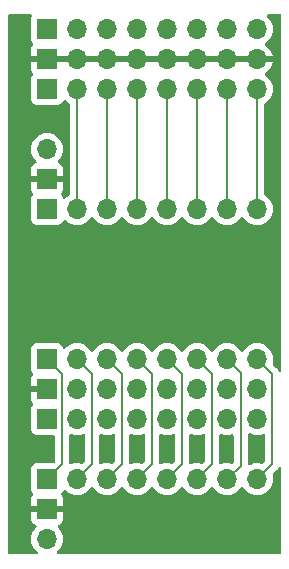
<source format=gbr>
%TF.SameCoordinates,Original*%
%TF.FileFunction,Copper,L2,Bot*%
%TF.FilePolarity,Positive*%
%FSLAX46Y46*%
G04 Gerber Fmt 4.6, Leading zero omitted, Abs format (unit mm)*
%MOMM*%
%LPD*%
G01*
G04 APERTURE LIST*
%TA.AperFunction,ComponentPad*%
%ADD10R,1.700000X1.700000*%
%TD*%
%TA.AperFunction,ComponentPad*%
%ADD11O,1.700000X1.700000*%
%TD*%
%TA.AperFunction,ViaPad*%
%ADD12C,0.600000*%
%TD*%
%TA.AperFunction,Conductor*%
%ADD13C,0.200000*%
%TD*%
G04 APERTURE END LIST*
D10*
%TO.P,J6,1,Pin_1*%
%TO.N,Net-(J6-Pin_1)*%
X127000000Y-73660000D03*
D11*
%TO.P,J6,2,Pin_2*%
%TO.N,Net-(J6-Pin_2)*%
X129540000Y-73660000D03*
%TO.P,J6,3,Pin_3*%
%TO.N,Net-(J6-Pin_3)*%
X132080000Y-73660000D03*
%TO.P,J6,4,Pin_4*%
%TO.N,Net-(J6-Pin_4)*%
X134620000Y-73660000D03*
%TO.P,J6,5,Pin_5*%
%TO.N,Net-(J6-Pin_5)*%
X137160000Y-73660000D03*
%TO.P,J6,6,Pin_6*%
%TO.N,Net-(J6-Pin_6)*%
X139700000Y-73660000D03*
%TO.P,J6,7,Pin_7*%
%TO.N,Net-(J6-Pin_7)*%
X142240000Y-73660000D03*
%TO.P,J6,8,Pin_8*%
%TO.N,Net-(J6-Pin_8)*%
X144780000Y-73660000D03*
%TD*%
D10*
%TO.P,J9,1,Pin_1*%
%TO.N,GND*%
X127000000Y-66040000D03*
D11*
%TO.P,J9,2,Pin_2*%
X129540000Y-66040000D03*
%TO.P,J9,3,Pin_3*%
X132080000Y-66040000D03*
%TO.P,J9,4,Pin_4*%
X134620000Y-66040000D03*
%TO.P,J9,5,Pin_5*%
X137160000Y-66040000D03*
%TO.P,J9,6,Pin_6*%
X139700000Y-66040000D03*
%TO.P,J9,7,Pin_7*%
X142240000Y-66040000D03*
%TO.P,J9,8,Pin_8*%
X144780000Y-66040000D03*
%TD*%
D10*
%TO.P,J10,1,Pin_1*%
%TO.N,Net-(J10-Pin_1)*%
X127000000Y-68580000D03*
D11*
%TO.P,J10,2,Pin_2*%
X129540000Y-68580000D03*
%TO.P,J10,3,Pin_3*%
X132080000Y-68580000D03*
%TO.P,J10,4,Pin_4*%
X134620000Y-68580000D03*
%TO.P,J10,5,Pin_5*%
X137160000Y-68580000D03*
%TO.P,J10,6,Pin_6*%
X139700000Y-68580000D03*
%TO.P,J10,7,Pin_7*%
X142240000Y-68580000D03*
%TO.P,J10,8,Pin_8*%
X144780000Y-68580000D03*
%TD*%
D10*
%TO.P,J2,1,Pin_1*%
%TO.N,Net-(J1-Pin_1)*%
X127000000Y-40640000D03*
D11*
%TO.P,J2,2,Pin_2*%
%TO.N,Net-(J1-Pin_2)*%
X129540000Y-40640000D03*
%TO.P,J2,3,Pin_3*%
%TO.N,Net-(J1-Pin_3)*%
X132080000Y-40640000D03*
%TO.P,J2,4,Pin_4*%
%TO.N,Net-(J1-Pin_4)*%
X134620000Y-40640000D03*
%TO.P,J2,5,Pin_5*%
%TO.N,Net-(J1-Pin_5)*%
X137160000Y-40640000D03*
%TO.P,J2,6,Pin_6*%
%TO.N,Net-(J1-Pin_6)*%
X139700000Y-40640000D03*
%TO.P,J2,7,Pin_7*%
%TO.N,Net-(J1-Pin_7)*%
X142240000Y-40640000D03*
%TO.P,J2,8,Pin_8*%
%TO.N,Net-(J1-Pin_8)*%
X144780000Y-40640000D03*
%TD*%
D10*
%TO.P,J7,1,Pin_1*%
%TO.N,Net-(J6-Pin_1)*%
X127000000Y-63500000D03*
D11*
%TO.P,J7,2,Pin_2*%
%TO.N,Net-(J6-Pin_2)*%
X129540000Y-63500000D03*
%TO.P,J7,3,Pin_3*%
%TO.N,Net-(J6-Pin_3)*%
X132080000Y-63500000D03*
%TO.P,J7,4,Pin_4*%
%TO.N,Net-(J6-Pin_4)*%
X134620000Y-63500000D03*
%TO.P,J7,5,Pin_5*%
%TO.N,Net-(J6-Pin_5)*%
X137160000Y-63500000D03*
%TO.P,J7,6,Pin_6*%
%TO.N,Net-(J6-Pin_6)*%
X139700000Y-63500000D03*
%TO.P,J7,7,Pin_7*%
%TO.N,Net-(J6-Pin_7)*%
X142240000Y-63500000D03*
%TO.P,J7,8,Pin_8*%
%TO.N,Net-(J6-Pin_8)*%
X144780000Y-63500000D03*
%TD*%
D10*
%TO.P,J1,1,Pin_1*%
%TO.N,Net-(J1-Pin_1)*%
X127000000Y-50800000D03*
D11*
%TO.P,J1,2,Pin_2*%
%TO.N,Net-(J1-Pin_2)*%
X129540000Y-50800000D03*
%TO.P,J1,3,Pin_3*%
%TO.N,Net-(J1-Pin_3)*%
X132080000Y-50800000D03*
%TO.P,J1,4,Pin_4*%
%TO.N,Net-(J1-Pin_4)*%
X134620000Y-50800000D03*
%TO.P,J1,5,Pin_5*%
%TO.N,Net-(J1-Pin_5)*%
X137160000Y-50800000D03*
%TO.P,J1,6,Pin_6*%
%TO.N,Net-(J1-Pin_6)*%
X139700000Y-50800000D03*
%TO.P,J1,7,Pin_7*%
%TO.N,Net-(J1-Pin_7)*%
X142240000Y-50800000D03*
%TO.P,J1,8,Pin_8*%
%TO.N,Net-(J1-Pin_8)*%
X144780000Y-50800000D03*
%TD*%
D10*
%TO.P,J5,1,Pin_1*%
%TO.N,Net-(J3-Pin_2)*%
X127000000Y-35560000D03*
D11*
%TO.P,J5,2,Pin_2*%
X129540000Y-35560000D03*
%TO.P,J5,3,Pin_3*%
X132080000Y-35560000D03*
%TO.P,J5,4,Pin_4*%
X134620000Y-35560000D03*
%TO.P,J5,5,Pin_5*%
X137160000Y-35560000D03*
%TO.P,J5,6,Pin_6*%
X139700000Y-35560000D03*
%TO.P,J5,7,Pin_7*%
X142240000Y-35560000D03*
%TO.P,J5,8,Pin_8*%
X144780000Y-35560000D03*
%TD*%
D10*
%TO.P,J4,1,Pin_1*%
%TO.N,GND*%
X127000000Y-38100000D03*
D11*
%TO.P,J4,2,Pin_2*%
X129540000Y-38100000D03*
%TO.P,J4,3,Pin_3*%
X132080000Y-38100000D03*
%TO.P,J4,4,Pin_4*%
X134620000Y-38100000D03*
%TO.P,J4,5,Pin_5*%
X137160000Y-38100000D03*
%TO.P,J4,6,Pin_6*%
X139700000Y-38100000D03*
%TO.P,J4,7,Pin_7*%
X142240000Y-38100000D03*
%TO.P,J4,8,Pin_8*%
X144780000Y-38100000D03*
%TD*%
D10*
%TO.P,J8,1,Pin_1*%
%TO.N,GND*%
X127000000Y-76200000D03*
D11*
%TO.P,J8,2,Pin_2*%
%TO.N,Net-(J10-Pin_1)*%
X127000000Y-78740000D03*
%TD*%
D10*
%TO.P,J3,1,Pin_1*%
%TO.N,GND*%
X127000000Y-48260000D03*
D11*
%TO.P,J3,2,Pin_2*%
%TO.N,Net-(J3-Pin_2)*%
X127000000Y-45720000D03*
%TD*%
D12*
%TO.N,GND*%
X143510000Y-61468000D03*
X144780000Y-71120000D03*
X133604000Y-61468000D03*
X134620000Y-71120000D03*
X129540000Y-71120000D03*
X135890000Y-61468000D03*
X138684000Y-61468000D03*
X137160000Y-71120000D03*
X128270000Y-61468000D03*
X139700000Y-71120000D03*
X131064000Y-61468000D03*
X141224000Y-61468000D03*
X132080000Y-71120000D03*
X142240000Y-71120000D03*
%TD*%
D13*
%TO.N,Net-(J1-Pin_8)*%
X144780000Y-50800000D02*
X144780000Y-40640000D01*
%TO.N,Net-(J1-Pin_3)*%
X132080000Y-50800000D02*
X132080000Y-40640000D01*
%TO.N,Net-(J1-Pin_5)*%
X137160000Y-40640000D02*
X137160000Y-50800000D01*
%TO.N,Net-(J1-Pin_7)*%
X142240000Y-50800000D02*
X142240000Y-40640000D01*
%TO.N,Net-(J1-Pin_2)*%
X129540000Y-40640000D02*
X129540000Y-50800000D01*
%TO.N,Net-(J1-Pin_6)*%
X139700000Y-50800000D02*
X139700000Y-40640000D01*
%TO.N,Net-(J1-Pin_4)*%
X134620000Y-40640000D02*
X134620000Y-50800000D01*
%TO.N,Net-(J6-Pin_7)*%
X143390000Y-64650000D02*
X143390000Y-72510000D01*
X143390000Y-72510000D02*
X142240000Y-73660000D01*
X142240000Y-63500000D02*
X143390000Y-64650000D01*
%TO.N,Net-(J6-Pin_6)*%
X140970000Y-64770000D02*
X140970000Y-72390000D01*
X139700000Y-63500000D02*
X140970000Y-64770000D01*
X140970000Y-72390000D02*
X139700000Y-73660000D01*
%TO.N,Net-(J6-Pin_4)*%
X135890000Y-72390000D02*
X134620000Y-73660000D01*
X135890000Y-64770000D02*
X135890000Y-72390000D01*
X134620000Y-63500000D02*
X135890000Y-64770000D01*
%TO.N,Net-(J6-Pin_8)*%
X146050000Y-64770000D02*
X146050000Y-72390000D01*
X146050000Y-72390000D02*
X144780000Y-73660000D01*
X144780000Y-63500000D02*
X146050000Y-64770000D01*
%TO.N,Net-(J6-Pin_5)*%
X138430000Y-72390000D02*
X137160000Y-73660000D01*
X137160000Y-63500000D02*
X138430000Y-64770000D01*
X138430000Y-64770000D02*
X138430000Y-72390000D01*
%TO.N,Net-(J6-Pin_3)*%
X133350000Y-64770000D02*
X133350000Y-72390000D01*
X133350000Y-72390000D02*
X132080000Y-73660000D01*
X132080000Y-63500000D02*
X133350000Y-64770000D01*
%TO.N,Net-(J6-Pin_1)*%
X127000000Y-63500000D02*
X128270000Y-64770000D01*
X128270000Y-72390000D02*
X127000000Y-73660000D01*
X128270000Y-64770000D02*
X128270000Y-72390000D01*
%TO.N,Net-(J6-Pin_2)*%
X129540000Y-63500000D02*
X130810000Y-64770000D01*
X130810000Y-64770000D02*
X130810000Y-72390000D01*
X130810000Y-72390000D02*
X129540000Y-73660000D01*
%TD*%
%TA.AperFunction,Conductor*%
%TO.N,GND*%
G36*
X125665362Y-34302185D02*
G01*
X125711117Y-34354989D01*
X125721061Y-34424147D01*
X125707153Y-34465930D01*
X125706204Y-34467667D01*
X125655908Y-34602517D01*
X125649501Y-34662116D01*
X125649500Y-34662135D01*
X125649500Y-36457870D01*
X125649501Y-36457876D01*
X125655908Y-36517483D01*
X125706202Y-36652328D01*
X125706206Y-36652335D01*
X125783889Y-36756105D01*
X125808307Y-36821569D01*
X125793456Y-36889842D01*
X125783890Y-36904727D01*
X125706647Y-37007910D01*
X125706645Y-37007913D01*
X125656403Y-37142620D01*
X125656401Y-37142627D01*
X125650000Y-37202155D01*
X125650000Y-37850000D01*
X126566988Y-37850000D01*
X126534075Y-37907007D01*
X126500000Y-38034174D01*
X126500000Y-38165826D01*
X126534075Y-38292993D01*
X126566988Y-38350000D01*
X125650000Y-38350000D01*
X125650000Y-38997844D01*
X125656401Y-39057372D01*
X125656403Y-39057379D01*
X125706645Y-39192086D01*
X125706646Y-39192088D01*
X125783890Y-39295272D01*
X125808307Y-39360736D01*
X125793456Y-39429009D01*
X125783890Y-39443894D01*
X125706204Y-39547669D01*
X125706202Y-39547671D01*
X125655908Y-39682517D01*
X125649501Y-39742116D01*
X125649500Y-39742135D01*
X125649500Y-41537870D01*
X125649501Y-41537876D01*
X125655908Y-41597483D01*
X125706202Y-41732328D01*
X125706206Y-41732335D01*
X125792452Y-41847544D01*
X125792455Y-41847547D01*
X125907664Y-41933793D01*
X125907671Y-41933797D01*
X126042517Y-41984091D01*
X126042516Y-41984091D01*
X126049444Y-41984835D01*
X126102127Y-41990500D01*
X127897872Y-41990499D01*
X127957483Y-41984091D01*
X128092331Y-41933796D01*
X128207546Y-41847546D01*
X128293796Y-41732331D01*
X128342810Y-41600916D01*
X128384681Y-41544984D01*
X128450145Y-41520566D01*
X128518418Y-41535417D01*
X128546673Y-41556569D01*
X128668599Y-41678495D01*
X128765384Y-41746265D01*
X128862165Y-41814032D01*
X128862167Y-41814033D01*
X128862170Y-41814035D01*
X128867898Y-41816706D01*
X128920339Y-41862872D01*
X128939500Y-41929090D01*
X128939500Y-49510908D01*
X128919815Y-49577947D01*
X128867914Y-49623286D01*
X128862173Y-49625963D01*
X128862169Y-49625965D01*
X128668600Y-49761503D01*
X128546673Y-49883430D01*
X128485350Y-49916914D01*
X128415658Y-49911930D01*
X128359725Y-49870058D01*
X128342810Y-49839081D01*
X128293797Y-49707671D01*
X128293795Y-49707668D01*
X128232632Y-49625965D01*
X128216109Y-49603893D01*
X128191692Y-49538430D01*
X128206543Y-49470157D01*
X128216110Y-49455271D01*
X128293352Y-49352089D01*
X128293354Y-49352086D01*
X128343596Y-49217379D01*
X128343598Y-49217372D01*
X128349999Y-49157844D01*
X128350000Y-49157827D01*
X128350000Y-48510000D01*
X127433012Y-48510000D01*
X127465925Y-48452993D01*
X127500000Y-48325826D01*
X127500000Y-48194174D01*
X127465925Y-48067007D01*
X127433012Y-48010000D01*
X128350000Y-48010000D01*
X128350000Y-47362172D01*
X128349999Y-47362155D01*
X128343598Y-47302627D01*
X128343596Y-47302620D01*
X128293354Y-47167913D01*
X128293350Y-47167906D01*
X128207190Y-47052812D01*
X128207187Y-47052809D01*
X128092093Y-46966649D01*
X128092088Y-46966646D01*
X127960528Y-46917577D01*
X127904595Y-46875705D01*
X127880178Y-46810241D01*
X127895030Y-46741968D01*
X127916175Y-46713720D01*
X128038495Y-46591401D01*
X128174035Y-46397830D01*
X128273903Y-46183663D01*
X128335063Y-45955408D01*
X128355659Y-45720000D01*
X128335063Y-45484592D01*
X128273903Y-45256337D01*
X128174035Y-45042171D01*
X128038495Y-44848599D01*
X128038494Y-44848597D01*
X127871402Y-44681506D01*
X127871395Y-44681501D01*
X127677834Y-44545967D01*
X127677830Y-44545965D01*
X127677828Y-44545964D01*
X127463663Y-44446097D01*
X127463659Y-44446096D01*
X127463655Y-44446094D01*
X127235413Y-44384938D01*
X127235403Y-44384936D01*
X127000001Y-44364341D01*
X126999999Y-44364341D01*
X126764596Y-44384936D01*
X126764586Y-44384938D01*
X126536344Y-44446094D01*
X126536335Y-44446098D01*
X126322171Y-44545964D01*
X126322169Y-44545965D01*
X126128597Y-44681505D01*
X125961505Y-44848597D01*
X125825965Y-45042169D01*
X125825964Y-45042171D01*
X125726098Y-45256335D01*
X125726094Y-45256344D01*
X125664938Y-45484586D01*
X125664936Y-45484596D01*
X125644341Y-45719999D01*
X125644341Y-45720000D01*
X125664936Y-45955403D01*
X125664938Y-45955413D01*
X125726094Y-46183655D01*
X125726096Y-46183659D01*
X125726097Y-46183663D01*
X125825965Y-46397830D01*
X125825967Y-46397834D01*
X125934281Y-46552521D01*
X125961501Y-46591396D01*
X125961506Y-46591402D01*
X126083818Y-46713714D01*
X126117303Y-46775037D01*
X126112319Y-46844729D01*
X126070447Y-46900662D01*
X126039471Y-46917577D01*
X125907912Y-46966646D01*
X125907906Y-46966649D01*
X125792812Y-47052809D01*
X125792809Y-47052812D01*
X125706649Y-47167906D01*
X125706645Y-47167913D01*
X125656403Y-47302620D01*
X125656401Y-47302627D01*
X125650000Y-47362155D01*
X125650000Y-48010000D01*
X126566988Y-48010000D01*
X126534075Y-48067007D01*
X126500000Y-48194174D01*
X126500000Y-48325826D01*
X126534075Y-48452993D01*
X126566988Y-48510000D01*
X125650000Y-48510000D01*
X125650000Y-49157844D01*
X125656401Y-49217372D01*
X125656403Y-49217379D01*
X125706645Y-49352086D01*
X125706646Y-49352088D01*
X125783890Y-49455272D01*
X125808307Y-49520736D01*
X125793456Y-49589009D01*
X125783890Y-49603894D01*
X125706204Y-49707669D01*
X125706202Y-49707671D01*
X125655908Y-49842517D01*
X125649501Y-49902116D01*
X125649500Y-49902135D01*
X125649500Y-51697870D01*
X125649501Y-51697876D01*
X125655908Y-51757483D01*
X125706202Y-51892328D01*
X125706206Y-51892335D01*
X125792452Y-52007544D01*
X125792455Y-52007547D01*
X125907664Y-52093793D01*
X125907671Y-52093797D01*
X126042517Y-52144091D01*
X126042516Y-52144091D01*
X126049444Y-52144835D01*
X126102127Y-52150500D01*
X127897872Y-52150499D01*
X127957483Y-52144091D01*
X128092331Y-52093796D01*
X128207546Y-52007546D01*
X128293796Y-51892331D01*
X128342810Y-51760916D01*
X128384681Y-51704984D01*
X128450145Y-51680566D01*
X128518418Y-51695417D01*
X128546673Y-51716569D01*
X128668599Y-51838495D01*
X128765384Y-51906265D01*
X128862165Y-51974032D01*
X128862167Y-51974033D01*
X128862170Y-51974035D01*
X129076337Y-52073903D01*
X129304592Y-52135063D01*
X129481034Y-52150500D01*
X129539999Y-52155659D01*
X129540000Y-52155659D01*
X129540001Y-52155659D01*
X129598966Y-52150500D01*
X129775408Y-52135063D01*
X130003663Y-52073903D01*
X130217830Y-51974035D01*
X130411401Y-51838495D01*
X130578495Y-51671401D01*
X130708425Y-51485842D01*
X130763002Y-51442217D01*
X130832500Y-51435023D01*
X130894855Y-51466546D01*
X130911575Y-51485842D01*
X131041500Y-51671395D01*
X131041505Y-51671401D01*
X131208599Y-51838495D01*
X131305384Y-51906265D01*
X131402165Y-51974032D01*
X131402167Y-51974033D01*
X131402170Y-51974035D01*
X131616337Y-52073903D01*
X131844592Y-52135063D01*
X132021034Y-52150500D01*
X132079999Y-52155659D01*
X132080000Y-52155659D01*
X132080001Y-52155659D01*
X132138966Y-52150500D01*
X132315408Y-52135063D01*
X132543663Y-52073903D01*
X132757830Y-51974035D01*
X132951401Y-51838495D01*
X133118495Y-51671401D01*
X133248425Y-51485842D01*
X133303002Y-51442217D01*
X133372500Y-51435023D01*
X133434855Y-51466546D01*
X133451575Y-51485842D01*
X133581500Y-51671395D01*
X133581505Y-51671401D01*
X133748599Y-51838495D01*
X133845384Y-51906265D01*
X133942165Y-51974032D01*
X133942167Y-51974033D01*
X133942170Y-51974035D01*
X134156337Y-52073903D01*
X134384592Y-52135063D01*
X134561034Y-52150500D01*
X134619999Y-52155659D01*
X134620000Y-52155659D01*
X134620001Y-52155659D01*
X134678966Y-52150500D01*
X134855408Y-52135063D01*
X135083663Y-52073903D01*
X135297830Y-51974035D01*
X135491401Y-51838495D01*
X135658495Y-51671401D01*
X135788425Y-51485842D01*
X135843002Y-51442217D01*
X135912500Y-51435023D01*
X135974855Y-51466546D01*
X135991575Y-51485842D01*
X136121500Y-51671395D01*
X136121505Y-51671401D01*
X136288599Y-51838495D01*
X136385384Y-51906265D01*
X136482165Y-51974032D01*
X136482167Y-51974033D01*
X136482170Y-51974035D01*
X136696337Y-52073903D01*
X136924592Y-52135063D01*
X137101034Y-52150500D01*
X137159999Y-52155659D01*
X137160000Y-52155659D01*
X137160001Y-52155659D01*
X137218966Y-52150500D01*
X137395408Y-52135063D01*
X137623663Y-52073903D01*
X137837830Y-51974035D01*
X138031401Y-51838495D01*
X138198495Y-51671401D01*
X138328425Y-51485842D01*
X138383002Y-51442217D01*
X138452500Y-51435023D01*
X138514855Y-51466546D01*
X138531575Y-51485842D01*
X138661500Y-51671395D01*
X138661505Y-51671401D01*
X138828599Y-51838495D01*
X138925384Y-51906265D01*
X139022165Y-51974032D01*
X139022167Y-51974033D01*
X139022170Y-51974035D01*
X139236337Y-52073903D01*
X139464592Y-52135063D01*
X139641034Y-52150500D01*
X139699999Y-52155659D01*
X139700000Y-52155659D01*
X139700001Y-52155659D01*
X139758966Y-52150500D01*
X139935408Y-52135063D01*
X140163663Y-52073903D01*
X140377830Y-51974035D01*
X140571401Y-51838495D01*
X140738495Y-51671401D01*
X140868425Y-51485842D01*
X140923002Y-51442217D01*
X140992500Y-51435023D01*
X141054855Y-51466546D01*
X141071575Y-51485842D01*
X141201500Y-51671395D01*
X141201505Y-51671401D01*
X141368599Y-51838495D01*
X141465384Y-51906265D01*
X141562165Y-51974032D01*
X141562167Y-51974033D01*
X141562170Y-51974035D01*
X141776337Y-52073903D01*
X142004592Y-52135063D01*
X142181034Y-52150500D01*
X142239999Y-52155659D01*
X142240000Y-52155659D01*
X142240001Y-52155659D01*
X142298966Y-52150500D01*
X142475408Y-52135063D01*
X142703663Y-52073903D01*
X142917830Y-51974035D01*
X143111401Y-51838495D01*
X143278495Y-51671401D01*
X143408425Y-51485842D01*
X143463002Y-51442217D01*
X143532500Y-51435023D01*
X143594855Y-51466546D01*
X143611575Y-51485842D01*
X143741500Y-51671395D01*
X143741505Y-51671401D01*
X143908599Y-51838495D01*
X144005384Y-51906265D01*
X144102165Y-51974032D01*
X144102167Y-51974033D01*
X144102170Y-51974035D01*
X144316337Y-52073903D01*
X144544592Y-52135063D01*
X144721034Y-52150500D01*
X144779999Y-52155659D01*
X144780000Y-52155659D01*
X144780001Y-52155659D01*
X144838966Y-52150500D01*
X145015408Y-52135063D01*
X145243663Y-52073903D01*
X145457830Y-51974035D01*
X145651401Y-51838495D01*
X145818495Y-51671401D01*
X145954035Y-51477830D01*
X146053903Y-51263663D01*
X146115063Y-51035408D01*
X146135659Y-50800000D01*
X146115063Y-50564592D01*
X146053903Y-50336337D01*
X145954035Y-50122171D01*
X145948425Y-50114158D01*
X145818494Y-49928597D01*
X145651402Y-49761506D01*
X145651395Y-49761501D01*
X145457831Y-49625965D01*
X145457826Y-49625962D01*
X145452091Y-49623288D01*
X145399653Y-49577113D01*
X145380500Y-49510908D01*
X145380500Y-41929090D01*
X145400185Y-41862051D01*
X145452101Y-41816706D01*
X145457830Y-41814035D01*
X145651401Y-41678495D01*
X145818495Y-41511401D01*
X145954035Y-41317830D01*
X146053903Y-41103663D01*
X146115063Y-40875408D01*
X146135659Y-40640000D01*
X146115063Y-40404592D01*
X146053903Y-40176337D01*
X145954035Y-39962171D01*
X145948425Y-39954158D01*
X145818494Y-39768597D01*
X145651402Y-39601506D01*
X145651401Y-39601505D01*
X145465405Y-39471269D01*
X145421781Y-39416692D01*
X145414588Y-39347193D01*
X145446110Y-39284839D01*
X145465405Y-39268119D01*
X145651082Y-39138105D01*
X145818105Y-38971082D01*
X145953600Y-38777578D01*
X146053429Y-38563492D01*
X146053432Y-38563486D01*
X146110636Y-38350000D01*
X145213012Y-38350000D01*
X145245925Y-38292993D01*
X145280000Y-38165826D01*
X145280000Y-38034174D01*
X145245925Y-37907007D01*
X145213012Y-37850000D01*
X146110636Y-37850000D01*
X146110635Y-37849999D01*
X146053432Y-37636513D01*
X146053429Y-37636507D01*
X145953600Y-37422422D01*
X145953599Y-37422420D01*
X145818113Y-37228926D01*
X145818108Y-37228920D01*
X145651078Y-37061890D01*
X145465405Y-36931879D01*
X145421780Y-36877302D01*
X145414588Y-36807804D01*
X145446110Y-36745449D01*
X145465406Y-36728730D01*
X145651401Y-36598495D01*
X145818495Y-36431401D01*
X145954035Y-36237830D01*
X146053903Y-36023663D01*
X146115063Y-35795408D01*
X146135659Y-35560000D01*
X146115063Y-35324592D01*
X146053903Y-35096337D01*
X145954035Y-34882171D01*
X145948425Y-34874158D01*
X145818494Y-34688597D01*
X145651402Y-34521506D01*
X145651393Y-34521498D01*
X145632221Y-34508074D01*
X145588596Y-34453497D01*
X145581404Y-34383998D01*
X145612927Y-34321644D01*
X145673157Y-34286231D01*
X145703345Y-34282500D01*
X146695500Y-34282500D01*
X146762539Y-34302185D01*
X146808294Y-34354989D01*
X146819500Y-34406500D01*
X146819500Y-64439039D01*
X146799815Y-64506078D01*
X146747011Y-64551833D01*
X146677853Y-64561777D01*
X146614297Y-64532752D01*
X146588115Y-64501043D01*
X146580640Y-64488097D01*
X146580637Y-64488092D01*
X146530520Y-64401284D01*
X146418716Y-64289480D01*
X146418715Y-64289479D01*
X146414385Y-64285149D01*
X146414374Y-64285139D01*
X146112766Y-63983531D01*
X146079281Y-63922208D01*
X146080672Y-63863757D01*
X146081863Y-63859309D01*
X146115063Y-63735408D01*
X146135659Y-63500000D01*
X146115063Y-63264592D01*
X146053903Y-63036337D01*
X145954035Y-62822171D01*
X145948425Y-62814158D01*
X145818494Y-62628597D01*
X145651402Y-62461506D01*
X145651395Y-62461501D01*
X145457834Y-62325967D01*
X145457830Y-62325965D01*
X145457828Y-62325964D01*
X145243663Y-62226097D01*
X145243659Y-62226096D01*
X145243655Y-62226094D01*
X145015413Y-62164938D01*
X145015403Y-62164936D01*
X144780001Y-62144341D01*
X144779999Y-62144341D01*
X144544596Y-62164936D01*
X144544586Y-62164938D01*
X144316344Y-62226094D01*
X144316335Y-62226098D01*
X144102171Y-62325964D01*
X144102169Y-62325965D01*
X143908597Y-62461505D01*
X143741505Y-62628597D01*
X143611575Y-62814158D01*
X143556998Y-62857783D01*
X143487500Y-62864977D01*
X143425145Y-62833454D01*
X143408425Y-62814158D01*
X143278494Y-62628597D01*
X143111402Y-62461506D01*
X143111395Y-62461501D01*
X142917834Y-62325967D01*
X142917830Y-62325965D01*
X142917828Y-62325964D01*
X142703663Y-62226097D01*
X142703659Y-62226096D01*
X142703655Y-62226094D01*
X142475413Y-62164938D01*
X142475403Y-62164936D01*
X142240001Y-62144341D01*
X142239999Y-62144341D01*
X142004596Y-62164936D01*
X142004586Y-62164938D01*
X141776344Y-62226094D01*
X141776335Y-62226098D01*
X141562171Y-62325964D01*
X141562169Y-62325965D01*
X141368597Y-62461505D01*
X141201505Y-62628597D01*
X141071575Y-62814158D01*
X141016998Y-62857783D01*
X140947500Y-62864977D01*
X140885145Y-62833454D01*
X140868425Y-62814158D01*
X140738494Y-62628597D01*
X140571402Y-62461506D01*
X140571395Y-62461501D01*
X140377834Y-62325967D01*
X140377830Y-62325965D01*
X140377828Y-62325964D01*
X140163663Y-62226097D01*
X140163659Y-62226096D01*
X140163655Y-62226094D01*
X139935413Y-62164938D01*
X139935403Y-62164936D01*
X139700001Y-62144341D01*
X139699999Y-62144341D01*
X139464596Y-62164936D01*
X139464586Y-62164938D01*
X139236344Y-62226094D01*
X139236335Y-62226098D01*
X139022171Y-62325964D01*
X139022169Y-62325965D01*
X138828597Y-62461505D01*
X138661505Y-62628597D01*
X138531575Y-62814158D01*
X138476998Y-62857783D01*
X138407500Y-62864977D01*
X138345145Y-62833454D01*
X138328425Y-62814158D01*
X138198494Y-62628597D01*
X138031402Y-62461506D01*
X138031395Y-62461501D01*
X137837834Y-62325967D01*
X137837830Y-62325965D01*
X137837828Y-62325964D01*
X137623663Y-62226097D01*
X137623659Y-62226096D01*
X137623655Y-62226094D01*
X137395413Y-62164938D01*
X137395403Y-62164936D01*
X137160001Y-62144341D01*
X137159999Y-62144341D01*
X136924596Y-62164936D01*
X136924586Y-62164938D01*
X136696344Y-62226094D01*
X136696335Y-62226098D01*
X136482171Y-62325964D01*
X136482169Y-62325965D01*
X136288597Y-62461505D01*
X136121505Y-62628597D01*
X135991575Y-62814158D01*
X135936998Y-62857783D01*
X135867500Y-62864977D01*
X135805145Y-62833454D01*
X135788425Y-62814158D01*
X135658494Y-62628597D01*
X135491402Y-62461506D01*
X135491395Y-62461501D01*
X135297834Y-62325967D01*
X135297830Y-62325965D01*
X135297828Y-62325964D01*
X135083663Y-62226097D01*
X135083659Y-62226096D01*
X135083655Y-62226094D01*
X134855413Y-62164938D01*
X134855403Y-62164936D01*
X134620001Y-62144341D01*
X134619999Y-62144341D01*
X134384596Y-62164936D01*
X134384586Y-62164938D01*
X134156344Y-62226094D01*
X134156335Y-62226098D01*
X133942171Y-62325964D01*
X133942169Y-62325965D01*
X133748597Y-62461505D01*
X133581505Y-62628597D01*
X133451575Y-62814158D01*
X133396998Y-62857783D01*
X133327500Y-62864977D01*
X133265145Y-62833454D01*
X133248425Y-62814158D01*
X133118494Y-62628597D01*
X132951402Y-62461506D01*
X132951395Y-62461501D01*
X132757834Y-62325967D01*
X132757830Y-62325965D01*
X132757828Y-62325964D01*
X132543663Y-62226097D01*
X132543659Y-62226096D01*
X132543655Y-62226094D01*
X132315413Y-62164938D01*
X132315403Y-62164936D01*
X132080001Y-62144341D01*
X132079999Y-62144341D01*
X131844596Y-62164936D01*
X131844586Y-62164938D01*
X131616344Y-62226094D01*
X131616335Y-62226098D01*
X131402171Y-62325964D01*
X131402169Y-62325965D01*
X131208597Y-62461505D01*
X131041505Y-62628597D01*
X130911575Y-62814158D01*
X130856998Y-62857783D01*
X130787500Y-62864977D01*
X130725145Y-62833454D01*
X130708425Y-62814158D01*
X130578494Y-62628597D01*
X130411402Y-62461506D01*
X130411395Y-62461501D01*
X130217834Y-62325967D01*
X130217830Y-62325965D01*
X130217828Y-62325964D01*
X130003663Y-62226097D01*
X130003659Y-62226096D01*
X130003655Y-62226094D01*
X129775413Y-62164938D01*
X129775403Y-62164936D01*
X129540001Y-62144341D01*
X129539999Y-62144341D01*
X129304596Y-62164936D01*
X129304586Y-62164938D01*
X129076344Y-62226094D01*
X129076335Y-62226098D01*
X128862171Y-62325964D01*
X128862169Y-62325965D01*
X128668600Y-62461503D01*
X128546673Y-62583430D01*
X128485350Y-62616914D01*
X128415658Y-62611930D01*
X128359725Y-62570058D01*
X128342810Y-62539081D01*
X128293797Y-62407671D01*
X128293793Y-62407664D01*
X128207547Y-62292455D01*
X128207544Y-62292452D01*
X128092335Y-62206206D01*
X128092328Y-62206202D01*
X127957482Y-62155908D01*
X127957483Y-62155908D01*
X127897883Y-62149501D01*
X127897881Y-62149500D01*
X127897873Y-62149500D01*
X127897864Y-62149500D01*
X126102129Y-62149500D01*
X126102123Y-62149501D01*
X126042516Y-62155908D01*
X125907671Y-62206202D01*
X125907664Y-62206206D01*
X125792455Y-62292452D01*
X125792452Y-62292455D01*
X125706206Y-62407664D01*
X125706202Y-62407671D01*
X125655908Y-62542517D01*
X125649501Y-62602116D01*
X125649500Y-62602135D01*
X125649500Y-64397870D01*
X125649501Y-64397876D01*
X125655908Y-64457483D01*
X125706202Y-64592328D01*
X125706206Y-64592335D01*
X125783889Y-64696105D01*
X125808307Y-64761569D01*
X125793456Y-64829842D01*
X125783890Y-64844727D01*
X125706647Y-64947910D01*
X125706645Y-64947913D01*
X125656403Y-65082620D01*
X125656401Y-65082627D01*
X125650000Y-65142155D01*
X125650000Y-65790000D01*
X126566988Y-65790000D01*
X126534075Y-65847007D01*
X126500000Y-65974174D01*
X126500000Y-66105826D01*
X126534075Y-66232993D01*
X126566988Y-66290000D01*
X125650000Y-66290000D01*
X125650000Y-66937844D01*
X125656401Y-66997372D01*
X125656403Y-66997379D01*
X125706645Y-67132086D01*
X125706646Y-67132088D01*
X125783890Y-67235272D01*
X125808307Y-67300736D01*
X125793456Y-67369009D01*
X125783890Y-67383894D01*
X125706204Y-67487669D01*
X125706202Y-67487671D01*
X125655908Y-67622517D01*
X125649501Y-67682116D01*
X125649500Y-67682135D01*
X125649500Y-69477870D01*
X125649501Y-69477876D01*
X125655908Y-69537483D01*
X125706202Y-69672328D01*
X125706206Y-69672335D01*
X125792452Y-69787544D01*
X125792455Y-69787547D01*
X125907664Y-69873793D01*
X125907671Y-69873797D01*
X126042517Y-69924091D01*
X126042516Y-69924091D01*
X126049444Y-69924835D01*
X126102127Y-69930500D01*
X127545500Y-69930499D01*
X127612539Y-69950184D01*
X127658294Y-70002987D01*
X127669500Y-70054499D01*
X127669500Y-72089901D01*
X127649815Y-72156940D01*
X127633181Y-72177582D01*
X127537582Y-72273181D01*
X127476259Y-72306666D01*
X127449901Y-72309500D01*
X126102129Y-72309500D01*
X126102123Y-72309501D01*
X126042516Y-72315908D01*
X125907671Y-72366202D01*
X125907664Y-72366206D01*
X125792455Y-72452452D01*
X125792452Y-72452455D01*
X125706206Y-72567664D01*
X125706202Y-72567671D01*
X125655908Y-72702517D01*
X125649501Y-72762116D01*
X125649500Y-72762135D01*
X125649500Y-74557870D01*
X125649501Y-74557876D01*
X125655908Y-74617483D01*
X125706202Y-74752328D01*
X125706206Y-74752335D01*
X125783889Y-74856105D01*
X125808307Y-74921569D01*
X125793456Y-74989842D01*
X125783890Y-75004727D01*
X125706647Y-75107910D01*
X125706645Y-75107913D01*
X125656403Y-75242620D01*
X125656401Y-75242627D01*
X125650000Y-75302155D01*
X125650000Y-75950000D01*
X126566988Y-75950000D01*
X126534075Y-76007007D01*
X126500000Y-76134174D01*
X126500000Y-76265826D01*
X126534075Y-76392993D01*
X126566988Y-76450000D01*
X125650000Y-76450000D01*
X125650000Y-77097844D01*
X125656401Y-77157372D01*
X125656403Y-77157379D01*
X125706645Y-77292086D01*
X125706649Y-77292093D01*
X125792809Y-77407187D01*
X125792812Y-77407190D01*
X125907906Y-77493350D01*
X125907913Y-77493354D01*
X126039470Y-77542421D01*
X126095403Y-77584292D01*
X126119821Y-77649756D01*
X126104970Y-77718029D01*
X126083819Y-77746284D01*
X125961503Y-77868600D01*
X125825965Y-78062169D01*
X125825964Y-78062171D01*
X125726098Y-78276335D01*
X125726094Y-78276344D01*
X125664938Y-78504586D01*
X125664936Y-78504596D01*
X125644341Y-78739999D01*
X125644341Y-78740000D01*
X125664936Y-78975403D01*
X125664938Y-78975413D01*
X125726094Y-79203655D01*
X125726096Y-79203659D01*
X125726097Y-79203663D01*
X125825965Y-79417830D01*
X125825967Y-79417834D01*
X125961501Y-79611395D01*
X125961506Y-79611402D01*
X126128597Y-79778493D01*
X126128606Y-79778501D01*
X126147779Y-79791926D01*
X126191404Y-79846503D01*
X126198596Y-79916002D01*
X126167073Y-79978356D01*
X126106843Y-80013769D01*
X126076655Y-80017500D01*
X123814500Y-80017500D01*
X123747461Y-79997815D01*
X123701706Y-79945011D01*
X123690500Y-79893500D01*
X123690500Y-34406500D01*
X123710185Y-34339461D01*
X123762989Y-34293706D01*
X123814500Y-34282500D01*
X125598323Y-34282500D01*
X125665362Y-34302185D01*
G37*
%TD.AperFunction*%
%TA.AperFunction,Conductor*%
G36*
X146772126Y-72623471D02*
G01*
X146773701Y-72625681D01*
X146782869Y-72633819D01*
X146782870Y-72633820D01*
X146780901Y-72635788D01*
X146812669Y-72680374D01*
X146819500Y-72720962D01*
X146819500Y-79893500D01*
X146799815Y-79960539D01*
X146747011Y-80006294D01*
X146695500Y-80017500D01*
X127923345Y-80017500D01*
X127856306Y-79997815D01*
X127810551Y-79945011D01*
X127800607Y-79875853D01*
X127829632Y-79812297D01*
X127852221Y-79791926D01*
X127871393Y-79778501D01*
X127871395Y-79778499D01*
X127871401Y-79778495D01*
X128038495Y-79611401D01*
X128174035Y-79417830D01*
X128273903Y-79203663D01*
X128335063Y-78975408D01*
X128355659Y-78740000D01*
X128335063Y-78504592D01*
X128273903Y-78276337D01*
X128174035Y-78062171D01*
X128038495Y-77868599D01*
X127916179Y-77746283D01*
X127882696Y-77684963D01*
X127887680Y-77615271D01*
X127929551Y-77559337D01*
X127960529Y-77542422D01*
X128092086Y-77493354D01*
X128092093Y-77493350D01*
X128207187Y-77407190D01*
X128207190Y-77407187D01*
X128293350Y-77292093D01*
X128293354Y-77292086D01*
X128343596Y-77157379D01*
X128343598Y-77157372D01*
X128349999Y-77097844D01*
X128350000Y-77097827D01*
X128350000Y-76450000D01*
X127433012Y-76450000D01*
X127465925Y-76392993D01*
X127500000Y-76265826D01*
X127500000Y-76134174D01*
X127465925Y-76007007D01*
X127433012Y-75950000D01*
X128350000Y-75950000D01*
X128350000Y-75302172D01*
X128349999Y-75302155D01*
X128343598Y-75242627D01*
X128343596Y-75242620D01*
X128293354Y-75107913D01*
X128293352Y-75107910D01*
X128216110Y-75004729D01*
X128191692Y-74939265D01*
X128206543Y-74870992D01*
X128216105Y-74856111D01*
X128293796Y-74752331D01*
X128342810Y-74620916D01*
X128384681Y-74564984D01*
X128450145Y-74540566D01*
X128518418Y-74555417D01*
X128546673Y-74576569D01*
X128668599Y-74698495D01*
X128765384Y-74766265D01*
X128862165Y-74834032D01*
X128862167Y-74834033D01*
X128862170Y-74834035D01*
X129076337Y-74933903D01*
X129304592Y-74995063D01*
X129481034Y-75010500D01*
X129539999Y-75015659D01*
X129540000Y-75015659D01*
X129540001Y-75015659D01*
X129598966Y-75010500D01*
X129775408Y-74995063D01*
X130003663Y-74933903D01*
X130217830Y-74834035D01*
X130411401Y-74698495D01*
X130578495Y-74531401D01*
X130708425Y-74345842D01*
X130763002Y-74302217D01*
X130832500Y-74295023D01*
X130894855Y-74326546D01*
X130911575Y-74345842D01*
X131041500Y-74531395D01*
X131041505Y-74531401D01*
X131208599Y-74698495D01*
X131305384Y-74766265D01*
X131402165Y-74834032D01*
X131402167Y-74834033D01*
X131402170Y-74834035D01*
X131616337Y-74933903D01*
X131844592Y-74995063D01*
X132021034Y-75010500D01*
X132079999Y-75015659D01*
X132080000Y-75015659D01*
X132080001Y-75015659D01*
X132138966Y-75010500D01*
X132315408Y-74995063D01*
X132543663Y-74933903D01*
X132757830Y-74834035D01*
X132951401Y-74698495D01*
X133118495Y-74531401D01*
X133248425Y-74345842D01*
X133303002Y-74302217D01*
X133372500Y-74295023D01*
X133434855Y-74326546D01*
X133451575Y-74345842D01*
X133581500Y-74531395D01*
X133581505Y-74531401D01*
X133748599Y-74698495D01*
X133845384Y-74766265D01*
X133942165Y-74834032D01*
X133942167Y-74834033D01*
X133942170Y-74834035D01*
X134156337Y-74933903D01*
X134384592Y-74995063D01*
X134561034Y-75010500D01*
X134619999Y-75015659D01*
X134620000Y-75015659D01*
X134620001Y-75015659D01*
X134678966Y-75010500D01*
X134855408Y-74995063D01*
X135083663Y-74933903D01*
X135297830Y-74834035D01*
X135491401Y-74698495D01*
X135658495Y-74531401D01*
X135788425Y-74345842D01*
X135843002Y-74302217D01*
X135912500Y-74295023D01*
X135974855Y-74326546D01*
X135991575Y-74345842D01*
X136121500Y-74531395D01*
X136121505Y-74531401D01*
X136288599Y-74698495D01*
X136385384Y-74766265D01*
X136482165Y-74834032D01*
X136482167Y-74834033D01*
X136482170Y-74834035D01*
X136696337Y-74933903D01*
X136924592Y-74995063D01*
X137101034Y-75010500D01*
X137159999Y-75015659D01*
X137160000Y-75015659D01*
X137160001Y-75015659D01*
X137218966Y-75010500D01*
X137395408Y-74995063D01*
X137623663Y-74933903D01*
X137837830Y-74834035D01*
X138031401Y-74698495D01*
X138198495Y-74531401D01*
X138328425Y-74345842D01*
X138383002Y-74302217D01*
X138452500Y-74295023D01*
X138514855Y-74326546D01*
X138531575Y-74345842D01*
X138661500Y-74531395D01*
X138661505Y-74531401D01*
X138828599Y-74698495D01*
X138925384Y-74766265D01*
X139022165Y-74834032D01*
X139022167Y-74834033D01*
X139022170Y-74834035D01*
X139236337Y-74933903D01*
X139464592Y-74995063D01*
X139641034Y-75010500D01*
X139699999Y-75015659D01*
X139700000Y-75015659D01*
X139700001Y-75015659D01*
X139758966Y-75010500D01*
X139935408Y-74995063D01*
X140163663Y-74933903D01*
X140377830Y-74834035D01*
X140571401Y-74698495D01*
X140738495Y-74531401D01*
X140868425Y-74345842D01*
X140923002Y-74302217D01*
X140992500Y-74295023D01*
X141054855Y-74326546D01*
X141071575Y-74345842D01*
X141201500Y-74531395D01*
X141201505Y-74531401D01*
X141368599Y-74698495D01*
X141465384Y-74766265D01*
X141562165Y-74834032D01*
X141562167Y-74834033D01*
X141562170Y-74834035D01*
X141776337Y-74933903D01*
X142004592Y-74995063D01*
X142181034Y-75010500D01*
X142239999Y-75015659D01*
X142240000Y-75015659D01*
X142240001Y-75015659D01*
X142298966Y-75010500D01*
X142475408Y-74995063D01*
X142703663Y-74933903D01*
X142917830Y-74834035D01*
X143111401Y-74698495D01*
X143278495Y-74531401D01*
X143408425Y-74345842D01*
X143463002Y-74302217D01*
X143532500Y-74295023D01*
X143594855Y-74326546D01*
X143611575Y-74345842D01*
X143741500Y-74531395D01*
X143741505Y-74531401D01*
X143908599Y-74698495D01*
X144005384Y-74766265D01*
X144102165Y-74834032D01*
X144102167Y-74834033D01*
X144102170Y-74834035D01*
X144316337Y-74933903D01*
X144544592Y-74995063D01*
X144721034Y-75010500D01*
X144779999Y-75015659D01*
X144780000Y-75015659D01*
X144780001Y-75015659D01*
X144838966Y-75010500D01*
X145015408Y-74995063D01*
X145243663Y-74933903D01*
X145457830Y-74834035D01*
X145651401Y-74698495D01*
X145818495Y-74531401D01*
X145954035Y-74337830D01*
X146053903Y-74123663D01*
X146115063Y-73895408D01*
X146135659Y-73660000D01*
X146115063Y-73424592D01*
X146080671Y-73296239D01*
X146082334Y-73226393D01*
X146112763Y-73176470D01*
X146408506Y-72880728D01*
X146408511Y-72880724D01*
X146418714Y-72870520D01*
X146418716Y-72870520D01*
X146530520Y-72758716D01*
X146587802Y-72659500D01*
X146588096Y-72658991D01*
X146638650Y-72610762D01*
X146707254Y-72597520D01*
X146772126Y-72623471D01*
G37*
%TD.AperFunction*%
%TA.AperFunction,Conductor*%
G36*
X144166901Y-69784220D02*
G01*
X144316337Y-69853903D01*
X144544592Y-69915063D01*
X144721034Y-69930500D01*
X144779999Y-69935659D01*
X144780000Y-69935659D01*
X144780001Y-69935659D01*
X144838966Y-69930500D01*
X145015408Y-69915063D01*
X145243663Y-69853903D01*
X145273097Y-69840177D01*
X145342171Y-69829686D01*
X145405956Y-69858205D01*
X145444196Y-69916681D01*
X145449500Y-69952560D01*
X145449500Y-72089902D01*
X145429815Y-72156941D01*
X145413181Y-72177584D01*
X145263530Y-72327234D01*
X145202207Y-72360718D01*
X145143756Y-72359327D01*
X145015413Y-72324938D01*
X145015403Y-72324936D01*
X144780001Y-72304341D01*
X144779999Y-72304341D01*
X144544596Y-72324936D01*
X144544586Y-72324938D01*
X144316344Y-72386094D01*
X144316335Y-72386097D01*
X144220167Y-72430942D01*
X144174040Y-72452452D01*
X144166905Y-72455779D01*
X144097828Y-72466271D01*
X144034044Y-72437751D01*
X143995804Y-72379275D01*
X143990500Y-72343397D01*
X143990500Y-69896603D01*
X144010185Y-69829564D01*
X144062989Y-69783809D01*
X144132147Y-69773865D01*
X144166901Y-69784220D01*
G37*
%TD.AperFunction*%
%TA.AperFunction,Conductor*%
G36*
X130165956Y-69858205D02*
G01*
X130204196Y-69916681D01*
X130209500Y-69952560D01*
X130209500Y-72089902D01*
X130189815Y-72156941D01*
X130173181Y-72177584D01*
X130023530Y-72327234D01*
X129962207Y-72360718D01*
X129903756Y-72359327D01*
X129775413Y-72324938D01*
X129775403Y-72324936D01*
X129540001Y-72304341D01*
X129539999Y-72304341D01*
X129304596Y-72324936D01*
X129304586Y-72324938D01*
X129076344Y-72386094D01*
X129076335Y-72386098D01*
X129046903Y-72399822D01*
X128977826Y-72410313D01*
X128914042Y-72381792D01*
X128875803Y-72323315D01*
X128870500Y-72287439D01*
X128870500Y-69952560D01*
X128890185Y-69885521D01*
X128942989Y-69839766D01*
X129012147Y-69829822D01*
X129046900Y-69840176D01*
X129076337Y-69853903D01*
X129304592Y-69915063D01*
X129481034Y-69930500D01*
X129539999Y-69935659D01*
X129540000Y-69935659D01*
X129540001Y-69935659D01*
X129598966Y-69930500D01*
X129775408Y-69915063D01*
X130003663Y-69853903D01*
X130033097Y-69840177D01*
X130102171Y-69829686D01*
X130165956Y-69858205D01*
G37*
%TD.AperFunction*%
%TA.AperFunction,Conductor*%
G36*
X132705956Y-69858205D02*
G01*
X132744196Y-69916681D01*
X132749500Y-69952560D01*
X132749500Y-72089902D01*
X132729815Y-72156941D01*
X132713181Y-72177584D01*
X132563530Y-72327234D01*
X132502207Y-72360718D01*
X132443756Y-72359327D01*
X132315413Y-72324938D01*
X132315403Y-72324936D01*
X132080001Y-72304341D01*
X132079999Y-72304341D01*
X131844596Y-72324936D01*
X131844586Y-72324938D01*
X131616344Y-72386094D01*
X131616335Y-72386098D01*
X131586903Y-72399822D01*
X131517826Y-72410313D01*
X131454042Y-72381792D01*
X131415803Y-72323315D01*
X131410500Y-72287439D01*
X131410500Y-69952560D01*
X131430185Y-69885521D01*
X131482989Y-69839766D01*
X131552147Y-69829822D01*
X131586900Y-69840176D01*
X131616337Y-69853903D01*
X131844592Y-69915063D01*
X132021034Y-69930500D01*
X132079999Y-69935659D01*
X132080000Y-69935659D01*
X132080001Y-69935659D01*
X132138966Y-69930500D01*
X132315408Y-69915063D01*
X132543663Y-69853903D01*
X132573097Y-69840177D01*
X132642171Y-69829686D01*
X132705956Y-69858205D01*
G37*
%TD.AperFunction*%
%TA.AperFunction,Conductor*%
G36*
X135245956Y-69858205D02*
G01*
X135284196Y-69916681D01*
X135289500Y-69952560D01*
X135289500Y-72089902D01*
X135269815Y-72156941D01*
X135253181Y-72177584D01*
X135103530Y-72327234D01*
X135042207Y-72360718D01*
X134983756Y-72359327D01*
X134855413Y-72324938D01*
X134855403Y-72324936D01*
X134620001Y-72304341D01*
X134619999Y-72304341D01*
X134384596Y-72324936D01*
X134384586Y-72324938D01*
X134156344Y-72386094D01*
X134156335Y-72386098D01*
X134126903Y-72399822D01*
X134057826Y-72410313D01*
X133994042Y-72381792D01*
X133955803Y-72323315D01*
X133950500Y-72287439D01*
X133950500Y-69952560D01*
X133970185Y-69885521D01*
X134022989Y-69839766D01*
X134092147Y-69829822D01*
X134126900Y-69840176D01*
X134156337Y-69853903D01*
X134384592Y-69915063D01*
X134561034Y-69930500D01*
X134619999Y-69935659D01*
X134620000Y-69935659D01*
X134620001Y-69935659D01*
X134678966Y-69930500D01*
X134855408Y-69915063D01*
X135083663Y-69853903D01*
X135113097Y-69840177D01*
X135182171Y-69829686D01*
X135245956Y-69858205D01*
G37*
%TD.AperFunction*%
%TA.AperFunction,Conductor*%
G36*
X137785956Y-69858205D02*
G01*
X137824196Y-69916681D01*
X137829500Y-69952560D01*
X137829500Y-72089902D01*
X137809815Y-72156941D01*
X137793181Y-72177584D01*
X137643530Y-72327234D01*
X137582207Y-72360718D01*
X137523756Y-72359327D01*
X137395413Y-72324938D01*
X137395403Y-72324936D01*
X137160001Y-72304341D01*
X137159999Y-72304341D01*
X136924596Y-72324936D01*
X136924586Y-72324938D01*
X136696344Y-72386094D01*
X136696335Y-72386098D01*
X136666903Y-72399822D01*
X136597826Y-72410313D01*
X136534042Y-72381792D01*
X136495803Y-72323315D01*
X136490500Y-72287439D01*
X136490500Y-69952560D01*
X136510185Y-69885521D01*
X136562989Y-69839766D01*
X136632147Y-69829822D01*
X136666900Y-69840176D01*
X136696337Y-69853903D01*
X136924592Y-69915063D01*
X137101034Y-69930500D01*
X137159999Y-69935659D01*
X137160000Y-69935659D01*
X137160001Y-69935659D01*
X137218966Y-69930500D01*
X137395408Y-69915063D01*
X137623663Y-69853903D01*
X137653097Y-69840177D01*
X137722171Y-69829686D01*
X137785956Y-69858205D01*
G37*
%TD.AperFunction*%
%TA.AperFunction,Conductor*%
G36*
X140325956Y-69858205D02*
G01*
X140364196Y-69916681D01*
X140369500Y-69952560D01*
X140369500Y-72089902D01*
X140349815Y-72156941D01*
X140333181Y-72177584D01*
X140183530Y-72327234D01*
X140122207Y-72360718D01*
X140063756Y-72359327D01*
X139935413Y-72324938D01*
X139935403Y-72324936D01*
X139700001Y-72304341D01*
X139699999Y-72304341D01*
X139464596Y-72324936D01*
X139464586Y-72324938D01*
X139236344Y-72386094D01*
X139236335Y-72386098D01*
X139206903Y-72399822D01*
X139137826Y-72410313D01*
X139074042Y-72381792D01*
X139035803Y-72323315D01*
X139030500Y-72287439D01*
X139030500Y-69952560D01*
X139050185Y-69885521D01*
X139102989Y-69839766D01*
X139172147Y-69829822D01*
X139206900Y-69840176D01*
X139236337Y-69853903D01*
X139464592Y-69915063D01*
X139641034Y-69930500D01*
X139699999Y-69935659D01*
X139700000Y-69935659D01*
X139700001Y-69935659D01*
X139758966Y-69930500D01*
X139935408Y-69915063D01*
X140163663Y-69853903D01*
X140193097Y-69840177D01*
X140262171Y-69829686D01*
X140325956Y-69858205D01*
G37*
%TD.AperFunction*%
%TA.AperFunction,Conductor*%
G36*
X141746900Y-69840176D02*
G01*
X141776337Y-69853903D01*
X142004592Y-69915063D01*
X142181034Y-69930500D01*
X142239999Y-69935659D01*
X142240000Y-69935659D01*
X142240001Y-69935659D01*
X142298966Y-69930500D01*
X142475408Y-69915063D01*
X142629417Y-69873797D01*
X142633407Y-69872728D01*
X142703257Y-69874391D01*
X142761119Y-69913554D01*
X142788623Y-69977782D01*
X142789500Y-69992503D01*
X142789500Y-72209900D01*
X142769815Y-72276939D01*
X142753181Y-72297581D01*
X142723529Y-72327233D01*
X142662206Y-72360718D01*
X142603755Y-72359327D01*
X142475413Y-72324938D01*
X142475403Y-72324936D01*
X142240001Y-72304341D01*
X142239999Y-72304341D01*
X142004596Y-72324936D01*
X142004586Y-72324938D01*
X141776344Y-72386094D01*
X141776335Y-72386098D01*
X141746903Y-72399822D01*
X141677826Y-72410313D01*
X141614042Y-72381792D01*
X141575803Y-72323315D01*
X141570500Y-72287439D01*
X141570500Y-69952560D01*
X141590185Y-69885521D01*
X141642989Y-69839766D01*
X141712147Y-69829822D01*
X141746900Y-69840176D01*
G37*
%TD.AperFunction*%
%TA.AperFunction,Conductor*%
G36*
X127612539Y-65809685D02*
G01*
X127658294Y-65862489D01*
X127669500Y-65914000D01*
X127669500Y-66166000D01*
X127649815Y-66233039D01*
X127597011Y-66278794D01*
X127545500Y-66290000D01*
X127433012Y-66290000D01*
X127465925Y-66232993D01*
X127500000Y-66105826D01*
X127500000Y-65974174D01*
X127465925Y-65847007D01*
X127433012Y-65790000D01*
X127545500Y-65790000D01*
X127612539Y-65809685D01*
G37*
%TD.AperFunction*%
%TA.AperFunction,Conductor*%
G36*
X129074075Y-65847007D02*
G01*
X129040000Y-65974174D01*
X129040000Y-66105826D01*
X129074075Y-66232993D01*
X129106988Y-66290000D01*
X128994500Y-66290000D01*
X128927461Y-66270315D01*
X128881706Y-66217511D01*
X128870500Y-66166000D01*
X128870500Y-65914000D01*
X128890185Y-65846961D01*
X128942989Y-65801206D01*
X128994500Y-65790000D01*
X129106988Y-65790000D01*
X129074075Y-65847007D01*
G37*
%TD.AperFunction*%
%TA.AperFunction,Conductor*%
G36*
X130152539Y-65809685D02*
G01*
X130198294Y-65862489D01*
X130209500Y-65914000D01*
X130209500Y-66166000D01*
X130189815Y-66233039D01*
X130137011Y-66278794D01*
X130085500Y-66290000D01*
X129973012Y-66290000D01*
X130005925Y-66232993D01*
X130040000Y-66105826D01*
X130040000Y-65974174D01*
X130005925Y-65847007D01*
X129973012Y-65790000D01*
X130085500Y-65790000D01*
X130152539Y-65809685D01*
G37*
%TD.AperFunction*%
%TA.AperFunction,Conductor*%
G36*
X131614075Y-65847007D02*
G01*
X131580000Y-65974174D01*
X131580000Y-66105826D01*
X131614075Y-66232993D01*
X131646988Y-66290000D01*
X131534500Y-66290000D01*
X131467461Y-66270315D01*
X131421706Y-66217511D01*
X131410500Y-66166000D01*
X131410500Y-65914000D01*
X131430185Y-65846961D01*
X131482989Y-65801206D01*
X131534500Y-65790000D01*
X131646988Y-65790000D01*
X131614075Y-65847007D01*
G37*
%TD.AperFunction*%
%TA.AperFunction,Conductor*%
G36*
X132692539Y-65809685D02*
G01*
X132738294Y-65862489D01*
X132749500Y-65914000D01*
X132749500Y-66166000D01*
X132729815Y-66233039D01*
X132677011Y-66278794D01*
X132625500Y-66290000D01*
X132513012Y-66290000D01*
X132545925Y-66232993D01*
X132580000Y-66105826D01*
X132580000Y-65974174D01*
X132545925Y-65847007D01*
X132513012Y-65790000D01*
X132625500Y-65790000D01*
X132692539Y-65809685D01*
G37*
%TD.AperFunction*%
%TA.AperFunction,Conductor*%
G36*
X134154075Y-65847007D02*
G01*
X134120000Y-65974174D01*
X134120000Y-66105826D01*
X134154075Y-66232993D01*
X134186988Y-66290000D01*
X134074500Y-66290000D01*
X134007461Y-66270315D01*
X133961706Y-66217511D01*
X133950500Y-66166000D01*
X133950500Y-65914000D01*
X133970185Y-65846961D01*
X134022989Y-65801206D01*
X134074500Y-65790000D01*
X134186988Y-65790000D01*
X134154075Y-65847007D01*
G37*
%TD.AperFunction*%
%TA.AperFunction,Conductor*%
G36*
X135232539Y-65809685D02*
G01*
X135278294Y-65862489D01*
X135289500Y-65914000D01*
X135289500Y-66166000D01*
X135269815Y-66233039D01*
X135217011Y-66278794D01*
X135165500Y-66290000D01*
X135053012Y-66290000D01*
X135085925Y-66232993D01*
X135120000Y-66105826D01*
X135120000Y-65974174D01*
X135085925Y-65847007D01*
X135053012Y-65790000D01*
X135165500Y-65790000D01*
X135232539Y-65809685D01*
G37*
%TD.AperFunction*%
%TA.AperFunction,Conductor*%
G36*
X136694075Y-65847007D02*
G01*
X136660000Y-65974174D01*
X136660000Y-66105826D01*
X136694075Y-66232993D01*
X136726988Y-66290000D01*
X136614500Y-66290000D01*
X136547461Y-66270315D01*
X136501706Y-66217511D01*
X136490500Y-66166000D01*
X136490500Y-65914000D01*
X136510185Y-65846961D01*
X136562989Y-65801206D01*
X136614500Y-65790000D01*
X136726988Y-65790000D01*
X136694075Y-65847007D01*
G37*
%TD.AperFunction*%
%TA.AperFunction,Conductor*%
G36*
X137772539Y-65809685D02*
G01*
X137818294Y-65862489D01*
X137829500Y-65914000D01*
X137829500Y-66166000D01*
X137809815Y-66233039D01*
X137757011Y-66278794D01*
X137705500Y-66290000D01*
X137593012Y-66290000D01*
X137625925Y-66232993D01*
X137660000Y-66105826D01*
X137660000Y-65974174D01*
X137625925Y-65847007D01*
X137593012Y-65790000D01*
X137705500Y-65790000D01*
X137772539Y-65809685D01*
G37*
%TD.AperFunction*%
%TA.AperFunction,Conductor*%
G36*
X139234075Y-65847007D02*
G01*
X139200000Y-65974174D01*
X139200000Y-66105826D01*
X139234075Y-66232993D01*
X139266988Y-66290000D01*
X139154500Y-66290000D01*
X139087461Y-66270315D01*
X139041706Y-66217511D01*
X139030500Y-66166000D01*
X139030500Y-65914000D01*
X139050185Y-65846961D01*
X139102989Y-65801206D01*
X139154500Y-65790000D01*
X139266988Y-65790000D01*
X139234075Y-65847007D01*
G37*
%TD.AperFunction*%
%TA.AperFunction,Conductor*%
G36*
X140312539Y-65809685D02*
G01*
X140358294Y-65862489D01*
X140369500Y-65914000D01*
X140369500Y-66166000D01*
X140349815Y-66233039D01*
X140297011Y-66278794D01*
X140245500Y-66290000D01*
X140133012Y-66290000D01*
X140165925Y-66232993D01*
X140200000Y-66105826D01*
X140200000Y-65974174D01*
X140165925Y-65847007D01*
X140133012Y-65790000D01*
X140245500Y-65790000D01*
X140312539Y-65809685D01*
G37*
%TD.AperFunction*%
%TA.AperFunction,Conductor*%
G36*
X141774075Y-65847007D02*
G01*
X141740000Y-65974174D01*
X141740000Y-66105826D01*
X141774075Y-66232993D01*
X141806988Y-66290000D01*
X141694500Y-66290000D01*
X141627461Y-66270315D01*
X141581706Y-66217511D01*
X141570500Y-66166000D01*
X141570500Y-65914000D01*
X141590185Y-65846961D01*
X141642989Y-65801206D01*
X141694500Y-65790000D01*
X141806988Y-65790000D01*
X141774075Y-65847007D01*
G37*
%TD.AperFunction*%
%TA.AperFunction,Conductor*%
G36*
X144314075Y-65847007D02*
G01*
X144280000Y-65974174D01*
X144280000Y-66105826D01*
X144314075Y-66232993D01*
X144346988Y-66290000D01*
X144114500Y-66290000D01*
X144047461Y-66270315D01*
X144001706Y-66217511D01*
X143990500Y-66166000D01*
X143990500Y-65914000D01*
X144010185Y-65846961D01*
X144062989Y-65801206D01*
X144114500Y-65790000D01*
X144346988Y-65790000D01*
X144314075Y-65847007D01*
G37*
%TD.AperFunction*%
%TA.AperFunction,Conductor*%
G36*
X142732539Y-65809685D02*
G01*
X142778294Y-65862489D01*
X142789500Y-65914000D01*
X142789500Y-66166000D01*
X142769815Y-66233039D01*
X142717011Y-66278794D01*
X142674091Y-66288131D01*
X142705925Y-66232993D01*
X142740000Y-66105826D01*
X142740000Y-65974174D01*
X142705925Y-65847007D01*
X142674545Y-65792656D01*
X142732539Y-65809685D01*
G37*
%TD.AperFunction*%
%TA.AperFunction,Conductor*%
G36*
X129074075Y-37907007D02*
G01*
X129040000Y-38034174D01*
X129040000Y-38165826D01*
X129074075Y-38292993D01*
X129106988Y-38350000D01*
X127433012Y-38350000D01*
X127465925Y-38292993D01*
X127500000Y-38165826D01*
X127500000Y-38034174D01*
X127465925Y-37907007D01*
X127433012Y-37850000D01*
X129106988Y-37850000D01*
X129074075Y-37907007D01*
G37*
%TD.AperFunction*%
%TA.AperFunction,Conductor*%
G36*
X131614075Y-37907007D02*
G01*
X131580000Y-38034174D01*
X131580000Y-38165826D01*
X131614075Y-38292993D01*
X131646988Y-38350000D01*
X129973012Y-38350000D01*
X130005925Y-38292993D01*
X130040000Y-38165826D01*
X130040000Y-38034174D01*
X130005925Y-37907007D01*
X129973012Y-37850000D01*
X131646988Y-37850000D01*
X131614075Y-37907007D01*
G37*
%TD.AperFunction*%
%TA.AperFunction,Conductor*%
G36*
X134154075Y-37907007D02*
G01*
X134120000Y-38034174D01*
X134120000Y-38165826D01*
X134154075Y-38292993D01*
X134186988Y-38350000D01*
X132513012Y-38350000D01*
X132545925Y-38292993D01*
X132580000Y-38165826D01*
X132580000Y-38034174D01*
X132545925Y-37907007D01*
X132513012Y-37850000D01*
X134186988Y-37850000D01*
X134154075Y-37907007D01*
G37*
%TD.AperFunction*%
%TA.AperFunction,Conductor*%
G36*
X136694075Y-37907007D02*
G01*
X136660000Y-38034174D01*
X136660000Y-38165826D01*
X136694075Y-38292993D01*
X136726988Y-38350000D01*
X135053012Y-38350000D01*
X135085925Y-38292993D01*
X135120000Y-38165826D01*
X135120000Y-38034174D01*
X135085925Y-37907007D01*
X135053012Y-37850000D01*
X136726988Y-37850000D01*
X136694075Y-37907007D01*
G37*
%TD.AperFunction*%
%TA.AperFunction,Conductor*%
G36*
X139234075Y-37907007D02*
G01*
X139200000Y-38034174D01*
X139200000Y-38165826D01*
X139234075Y-38292993D01*
X139266988Y-38350000D01*
X137593012Y-38350000D01*
X137625925Y-38292993D01*
X137660000Y-38165826D01*
X137660000Y-38034174D01*
X137625925Y-37907007D01*
X137593012Y-37850000D01*
X139266988Y-37850000D01*
X139234075Y-37907007D01*
G37*
%TD.AperFunction*%
%TA.AperFunction,Conductor*%
G36*
X141774075Y-37907007D02*
G01*
X141740000Y-38034174D01*
X141740000Y-38165826D01*
X141774075Y-38292993D01*
X141806988Y-38350000D01*
X140133012Y-38350000D01*
X140165925Y-38292993D01*
X140200000Y-38165826D01*
X140200000Y-38034174D01*
X140165925Y-37907007D01*
X140133012Y-37850000D01*
X141806988Y-37850000D01*
X141774075Y-37907007D01*
G37*
%TD.AperFunction*%
%TA.AperFunction,Conductor*%
G36*
X144314075Y-37907007D02*
G01*
X144280000Y-38034174D01*
X144280000Y-38165826D01*
X144314075Y-38292993D01*
X144346988Y-38350000D01*
X142673012Y-38350000D01*
X142705925Y-38292993D01*
X142740000Y-38165826D01*
X142740000Y-38034174D01*
X142705925Y-37907007D01*
X142673012Y-37850000D01*
X144346988Y-37850000D01*
X144314075Y-37907007D01*
G37*
%TD.AperFunction*%
%TD*%
M02*

</source>
